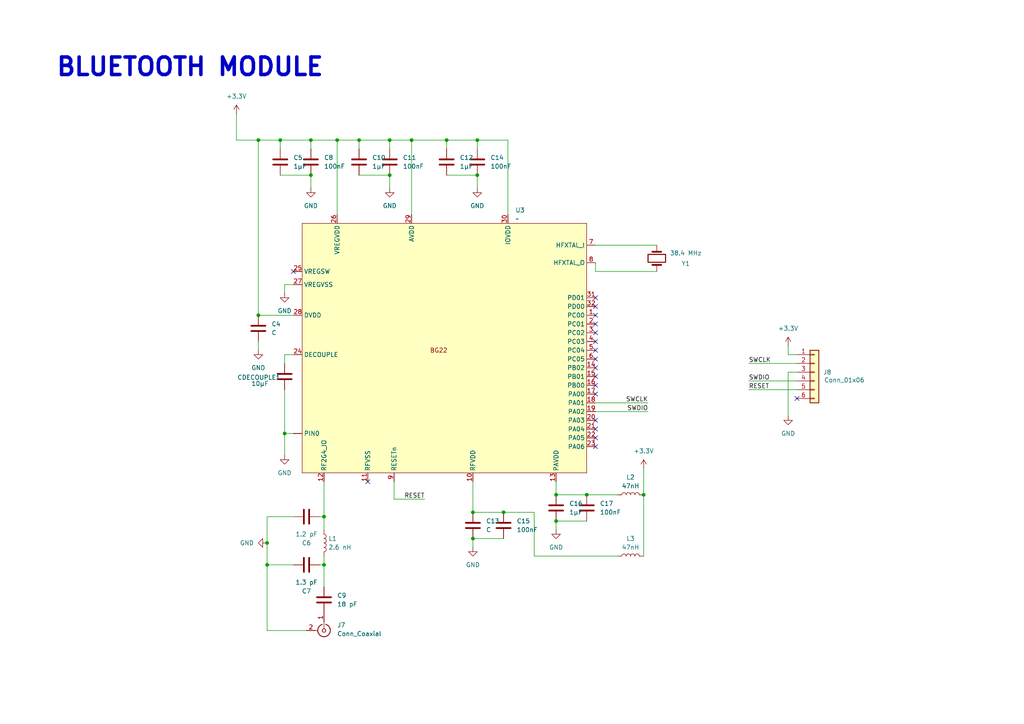
<source format=kicad_sch>
(kicad_sch (version 20250114) (generator "eeschema") (generator_version "9.0")
  (paper "A4")
  (title_block (title "EcoBoard") (company "EcoEnterprise"))
  (lib_symbols
    (symbol "Connector:Conn_Coaxial" (pin_names (offset 1.016) (hide yes))
      (property "Reference" "J" (at 0.254 3.048 0))
      (property "Value" "Conn_Coaxial" (at 2.921 0 90))
      (symbol "Conn_Coaxial_0_1"
        (polyline (pts (xy -2.54 0) (xy -0.508 0)))
        (arc (start 1.778 0) (mid 0.222 -1.8079) (end -1.778 -0.508) (stroke (width 0.254)))
        (arc (start -1.778 0.508) (mid 0.2221 1.8084) (end 1.778 0) (stroke (width 0.254)))
        (circle (center 0 0) (radius 0.508) (stroke (width 0.2032)))
        (polyline (pts (xy 0 -2.54) (xy 0 -1.778)))
      )
      (symbol "Conn_Coaxial_1_1"
        (pin passive line (at -5.08 0 0) (length 2.54) (name "In") (number "1"))
        (pin passive line (at 0 -5.08 90) (length 2.54) (name "Ext") (number "2"))
      )
    )
    (symbol "Connector_Generic:Conn_01x06" (pin_names (offset 1.016) (hide yes))
      (property "Reference" "J" (at 0 7.62 0))
      (property "Value" "Conn_01x06" (at 0 -10.16 0))
      (symbol "Conn_01x06_1_1"
        (rectangle (start -1.27 6.35) (end 1.27 -8.89) (stroke (width 0.254)) (fill (type background)))
        (rectangle (start -1.27 5.207) (end 0 4.953) (stroke (width 0.1524)))
        (rectangle (start -1.27 2.667) (end 0 2.413) (stroke (width 0.1524)))
        (rectangle (start -1.27 0.127) (end 0 -0.127) (stroke (width 0.1524)))
        (rectangle (start -1.27 -2.413) (end 0 -2.667) (stroke (width 0.1524)))
        (rectangle (start -1.27 -4.953) (end 0 -5.207) (stroke (width 0.1524)))
        (rectangle (start -1.27 -7.493) (end 0 -7.747) (stroke (width 0.1524)))
        (pin passive line (at -5.08 5.08 0) (length 3.81) (name "Pin_1") (number "1"))
        (pin passive line (at -5.08 2.54 0) (length 3.81) (name "Pin_2") (number "2"))
        (pin passive line (at -5.08 0 0) (length 3.81) (name "Pin_3") (number "3"))
        (pin passive line (at -5.08 -2.54 0) (length 3.81) (name "Pin_4") (number "4"))
        (pin passive line (at -5.08 -5.08 0) (length 3.81) (name "Pin_5") (number "5"))
        (pin passive line (at -5.08 -7.62 0) (length 3.81) (name "Pin_6") (number "6"))
      )
    )
    (symbol "Device:C" (pin_numbers (hide yes)) (pin_names (offset 0.254))
      (property "Reference" "C" (at 0.635 2.54 0))
      (property "Value" "C" (at 0.635 -2.54 0))
      (symbol "C_0_1"
        (polyline (pts (xy -2.032 0.762) (xy 2.032 0.762)) (stroke (width 0.508)))
        (polyline (pts (xy -2.032 -0.762) (xy 2.032 -0.762)) (stroke (width 0.508)))
      )
      (symbol "C_1_1"
        (pin passive line (at 0 3.81 270) (length 2.794) (name "~") (number "1"))
        (pin passive line (at 0 -3.81 90) (length 2.794) (name "~") (number "2"))
      )
    )
    (symbol "Device:Crystal" (pin_numbers (hide yes)) (pin_names (offset 1.016) (hide yes))
      (property "Reference" "Y" (at 0 3.81 0))
      (property "Value" "Crystal" (at 0 -3.81 0))
      (symbol "Crystal_0_1"
        (polyline (pts (xy -2.54 0) (xy -1.905 0)))
        (polyline (pts (xy -1.905 -1.27) (xy -1.905 1.27)) (stroke (width 0.508)))
        (rectangle (start -1.143 2.54) (end 1.143 -2.54) (stroke (width 0.3048)))
        (polyline (pts (xy 1.905 -1.27) (xy 1.905 1.27)) (stroke (width 0.508)))
        (polyline (pts (xy 2.54 0) (xy 1.905 0)))
      )
      (symbol "Crystal_1_1"
        (pin passive line (at -3.81 0 0) (length 1.27) (name "1") (number "1"))
        (pin passive line (at 3.81 0 180) (length 1.27) (name "2") (number "2"))
      )
    )
    (symbol "Device:L" (pin_numbers (hide yes)) (pin_names (offset 1.016) (hide yes))
      (property "Reference" "L" (at -1.27 0 90))
      (property "Value" "L" (at 1.905 0 90))
      (symbol "L_0_1"
        (arc (start 0 2.54) (mid 0.6323 1.905) (end 0 1.27))
        (arc (start 0 1.27) (mid 0.6323 0.635) (end 0 0))
        (arc (start 0 0) (mid 0.6323 -0.635) (end 0 -1.27))
        (arc (start 0 -1.27) (mid 0.6323 -1.905) (end 0 -2.54))
      )
      (symbol "L_1_1"
        (pin passive line (at 0 3.81 270) (length 1.27) (name "1") (number "1"))
        (pin passive line (at 0 -3.81 90) (length 1.27) (name "2") (number "2"))
      )
    )
    (symbol "bg22_1"
      (property "Reference" "U" (at 33.274 -25.4 0))
      (symbol "bg22_1_1_1"
        (rectangle (start -6.35 8.89) (end 76.2 -63.5) (fill (type background)))
        (rectangle (start -6.35 -36.83) (end -6.35 -36.83))
        (text "BG22" (at 33.274 -27.94 0) (effects (font (size 1.27 1.27))))
        (pin input line (at -8.89 -5.08 0) (length 2.54) (name "VREGSW") (number "25"))
        (pin passive line (at -8.89 -8.89 0) (length 2.54) (name "VREGVSS") (number "27"))
        (pin input line (at -8.89 -17.78 0) (length 2.54) (name "DVDD") (number "28"))
        (pin output line (at -8.89 -29.21 0) (length 2.54) (name "DECOUPLE") (number "24"))
        (pin passive line (at -8.89 -52.07 0) (length 2.54) (name "PIN0") (number ""))
        (pin bidirectional line (at 0 -66.04 90) (length 2.54) (name "RF2G4_IO") (number "12"))
        (pin input line (at 3.81 11.43 270) (length 2.54) (name "VREGVDD") (number "26"))
        (pin passive line (at 12.7 -66.04 90) (length 2.54) (name "RFVSS") (number "11"))
        (pin input line (at 20.32 -66.04 90) (length 2.54) (name "RESETn") (number "9"))
        (pin input line (at 25.4 11.43 270) (length 2.54) (name "AVDD") (number "29"))
        (pin input line (at 43.18 -66.04 90) (length 2.54) (name "RFVDD") (number "10"))
        (pin input line (at 53.34 11.43 270) (length 2.54) (name "IOVDD") (number "30"))
        (pin input line (at 67.31 -66.04 90) (length 2.54) (name "PAVDD") (number "13"))
        (pin input line (at 78.74 2.54 180) (length 2.54) (name "HFXTAL_I") (number "7"))
        (pin output line (at 78.74 -2.54 180) (length 2.54) (name "HFXTAL_O") (number "8"))
        (pin bidirectional line (at 78.74 -12.7 180) (length 2.54) (name "PD01") (number "31"))
        (pin bidirectional line (at 78.74 -15.24 180) (length 2.54) (name "PD00") (number "32"))
        (pin bidirectional line (at 78.74 -17.78 180) (length 2.54) (name "PC00") (number "1"))
        (pin bidirectional line (at 78.74 -20.32 180) (length 2.54) (name "PC01") (number "2"))
        (pin bidirectional line (at 78.74 -22.86 180) (length 2.54) (name "PC02") (number "3"))
        (pin bidirectional line (at 78.74 -25.4 180) (length 2.54) (name "PC03") (number "4"))
        (pin bidirectional line (at 78.74 -27.94 180) (length 2.54) (name "PC04") (number "5"))
        (pin bidirectional line (at 78.74 -30.48 180) (length 2.54) (name "PC05") (number "6"))
        (pin bidirectional line (at 78.74 -33.02 180) (length 2.54) (name "PB02") (number "14"))
        (pin bidirectional line (at 78.74 -35.56 180) (length 2.54) (name "PB01") (number "15"))
        (pin bidirectional line (at 78.74 -38.1 180) (length 2.54) (name "PB00") (number "16"))
        (pin bidirectional line (at 78.74 -40.64 180) (length 2.54) (name "PA00") (number "17"))
        (pin bidirectional line (at 78.74 -43.18 180) (length 2.54) (name "PA01") (number "18"))
        (pin bidirectional line (at 78.74 -45.72 180) (length 2.54) (name "PA02") (number "19"))
        (pin bidirectional line (at 78.74 -48.26 180) (length 2.54) (name "PA03") (number "20"))
        (pin bidirectional line (at 78.74 -50.8 180) (length 2.54) (name "PA04") (number "21"))
        (pin bidirectional line (at 78.74 -53.34 180) (length 2.54) (name "PA05") (number "22"))
        (pin bidirectional line (at 78.74 -55.88 180) (length 2.54) (name "PA06") (number "23"))
      )
    )
    (symbol "power:+3.3V" (power) (pin_numbers (hide yes)) (pin_names (offset 0) (hide yes))
      (property "Value" "+3.3V" (at 0 3.556 0))
      (symbol "+3.3V_0_1"
        (polyline (pts (xy -0.762 1.27) (xy 0 2.54)))
        (polyline (pts (xy 0 2.54) (xy 0.762 1.27)))
        (polyline (pts (xy 0 0) (xy 0 2.54)))
      )
      (symbol "+3.3V_1_1"
        (pin power_in line (at 0 0 90) (length 0) (name "~") (number "1"))
      )
    )
    (symbol "power:GND" (power) (pin_numbers (hide yes)) (pin_names (offset 0) (hide yes))
      (property "Value" "GND" (at 0 -3.81 0))
      (symbol "GND_0_1"
        (polyline (pts (xy 0 0) (xy 0 -1.27) (xy 1.27 -1.27) (xy 0 -2.54) (xy -1.27 -1.27) (xy 0 -1.27)))
      )
      (symbol "GND_1_1"
        (pin power_in line (at 0 0 270) (length 0) (name "~") (number "1"))
      )
    )
  )
  (text "BLUETOOTH MODULE" (at 55.118 19.558 0) (effects (font (size 5.08 5.08) (thickness 1.016) (bold yes))))
  (junction (at 161.29 143.51))
  (junction (at 82.55 125.73))
  (junction (at 97.79 40.64))
  (junction (at 146.05 148.59))
  (junction (at 186.69 143.51))
  (junction (at 138.43 40.64))
  (junction (at 113.03 50.8))
  (junction (at 129.54 40.64))
  (junction (at 93.98 163.83))
  (junction (at 138.43 50.8))
  (junction (at 161.29 151.13))
  (junction (at 77.47 157.48))
  (junction (at 93.98 149.86))
  (junction (at 170.18 143.51))
  (junction (at 81.28 40.64))
  (junction (at 137.16 156.21))
  (junction (at 104.14 40.64))
  (junction (at 90.17 40.64))
  (junction (at 137.16 148.59))
  (junction (at 119.38 40.64))
  (junction (at 77.47 163.83))
  (junction (at 113.03 40.64))
  (junction (at 74.93 91.44))
  (junction (at 90.17 50.8))
  (junction (at 74.93 40.64))
  (no_connect (at 172.72 86.36))
  (no_connect (at 172.72 114.3))
  (no_connect (at 106.68 139.7))
  (no_connect (at 172.72 93.98))
  (no_connect (at 172.72 106.68))
  (no_connect (at 231.14 115.57))
  (no_connect (at 172.72 129.54))
  (no_connect (at 172.72 99.06))
  (no_connect (at 172.72 101.6))
  (no_connect (at 172.72 88.9))
  (no_connect (at 172.72 104.14))
  (no_connect (at 172.72 96.52))
  (no_connect (at 172.72 111.76))
  (no_connect (at 172.72 124.46))
  (no_connect (at 172.72 109.22))
  (no_connect (at 85.09 78.74))
  (no_connect (at 172.72 127))
  (no_connect (at 172.72 121.92))
  (no_connect (at 172.72 91.44))
  (wire (pts (xy 104.14 50.8) (xy 113.03 50.8)))
  (wire (pts (xy 129.54 40.64) (xy 129.54 43.18)))
  (wire (pts (xy 147.32 40.64) (xy 138.43 40.64)))
  (wire (pts (xy 138.43 50.8) (xy 138.43 54.61)))
  (wire (pts (xy 104.14 40.64) (xy 97.79 40.64)))
  (wire (pts (xy 172.72 119.38) (xy 187.96 119.38)))
  (wire (pts (xy 138.43 40.64) (xy 129.54 40.64)))
  (wire (pts (xy 97.79 40.64) (xy 90.17 40.64)))
  (wire (pts (xy 217.17 113.03) (xy 231.14 113.03)))
  (wire (pts (xy 82.55 102.87) (xy 85.09 102.87)))
  (wire (pts (xy 172.72 78.74) (xy 190.5 78.74)))
  (wire (pts (xy 137.16 139.7) (xy 137.16 148.59)))
  (wire (pts (xy 147.32 62.23) (xy 147.32 40.64)))
  (wire (pts (xy 68.58 33.02) (xy 68.58 40.64)))
  (wire (pts (xy 77.47 149.86) (xy 77.47 157.48)))
  (wire (pts (xy 154.94 161.29) (xy 154.94 148.59)))
  (wire (pts (xy 93.98 149.86) (xy 92.71 149.86)))
  (wire (pts (xy 170.18 143.51) (xy 179.07 143.51)))
  (wire (pts (xy 172.72 116.84) (xy 187.96 116.84)))
  (wire (pts (xy 74.93 40.64) (xy 68.58 40.64)))
  (wire (pts (xy 88.9 182.88) (xy 77.47 182.88)))
  (wire (pts (xy 92.71 163.83) (xy 93.98 163.83)))
  (wire (pts (xy 97.79 40.64) (xy 97.79 62.23)))
  (wire (pts (xy 82.55 82.55) (xy 82.55 85.09)))
  (wire (pts (xy 85.09 163.83) (xy 77.47 163.83)))
  (wire (pts (xy 137.16 148.59) (xy 146.05 148.59)))
  (wire (pts (xy 217.17 110.49) (xy 231.14 110.49)))
  (wire (pts (xy 129.54 50.8) (xy 138.43 50.8)))
  (wire (pts (xy 82.55 113.03) (xy 82.55 125.73)))
  (wire (pts (xy 190.5 71.12) (xy 172.72 71.12)))
  (wire (pts (xy 231.14 107.95) (xy 228.6 107.95)))
  (wire (pts (xy 85.09 82.55) (xy 82.55 82.55)))
  (wire (pts (xy 114.3 144.78) (xy 123.19 144.78)))
  (wire (pts (xy 179.07 161.29) (xy 154.94 161.29)))
  (wire (pts (xy 113.03 40.64) (xy 113.03 43.18)))
  (wire (pts (xy 129.54 40.64) (xy 119.38 40.64)))
  (wire (pts (xy 77.47 157.48) (xy 77.47 163.83)))
  (wire (pts (xy 161.29 143.51) (xy 170.18 143.51)))
  (wire (pts (xy 74.93 99.06) (xy 74.93 101.6)))
  (wire (pts (xy 114.3 139.7) (xy 114.3 144.78)))
  (wire (pts (xy 154.94 148.59) (xy 146.05 148.59)))
  (wire (pts (xy 81.28 40.64) (xy 74.93 40.64)))
  (wire (pts (xy 161.29 151.13) (xy 170.18 151.13)))
  (wire (pts (xy 77.47 182.88) (xy 77.47 163.83)))
  (wire (pts (xy 186.69 143.51) (xy 186.69 161.29)))
  (wire (pts (xy 81.28 50.8) (xy 90.17 50.8)))
  (wire (pts (xy 93.98 163.83) (xy 93.98 170.18)))
  (wire (pts (xy 82.55 125.73) (xy 85.09 125.73)))
  (wire (pts (xy 93.98 149.86) (xy 93.98 153.67)))
  (wire (pts (xy 228.6 107.95) (xy 228.6 120.65)))
  (wire (pts (xy 138.43 40.64) (xy 138.43 43.18)))
  (wire (pts (xy 104.14 40.64) (xy 104.14 43.18)))
  (wire (pts (xy 231.14 102.87) (xy 228.6 102.87)))
  (wire (pts (xy 228.6 102.87) (xy 228.6 100.33)))
  (wire (pts (xy 82.55 105.41) (xy 82.55 102.87)))
  (wire (pts (xy 113.03 40.64) (xy 104.14 40.64)))
  (wire (pts (xy 217.17 105.41) (xy 231.14 105.41)))
  (wire (pts (xy 93.98 139.7) (xy 93.98 149.86)))
  (wire (pts (xy 119.38 40.64) (xy 113.03 40.64)))
  (wire (pts (xy 119.38 40.64) (xy 119.38 62.23)))
  (wire (pts (xy 93.98 163.83) (xy 93.98 161.29)))
  (wire (pts (xy 161.29 151.13) (xy 161.29 153.67)))
  (wire (pts (xy 186.69 135.89) (xy 186.69 143.51)))
  (wire (pts (xy 77.47 149.86) (xy 85.09 149.86)))
  (wire (pts (xy 113.03 50.8) (xy 113.03 54.61)))
  (wire (pts (xy 82.55 125.73) (xy 82.55 132.08)))
  (wire (pts (xy 85.09 91.44) (xy 74.93 91.44)))
  (wire (pts (xy 137.16 156.21) (xy 137.16 158.75)))
  (wire (pts (xy 90.17 40.64) (xy 90.17 43.18)))
  (wire (pts (xy 90.17 40.64) (xy 81.28 40.64)))
  (wire (pts (xy 81.28 40.64) (xy 81.28 43.18)))
  (wire (pts (xy 90.17 50.8) (xy 90.17 54.61)))
  (wire (pts (xy 137.16 156.21) (xy 146.05 156.21)))
  (wire (pts (xy 74.93 91.44) (xy 74.93 40.64)))
  (wire (pts (xy 161.29 139.7) (xy 161.29 143.51)))
  (wire (pts (xy 172.72 76.2) (xy 172.72 78.74)))
  (label "RESET" (at 123.19 144.78 180))
  (label "SWDIO" (at 217.17 110.49 0))
  (label "SWCLK" (at 187.96 116.84 180))
  (label "SWCLK" (at 217.17 105.41 0))
  (label "RESET" (at 217.17 113.03 0))
  (label "SWDIO" (at 187.96 119.38 180))
  (symbol (lib_id "Device:C") (at 146.05 152.4 0) (unit 1)
    (property "Reference" "C15" (at 149.86 151.1299 0) (effects (justify left)))
    (property "Value" "100nF" (at 149.86 153.6699 0) (effects (justify left)))
    (property "Description" "Unpolarized capacitor" (effects (hide yes)))
  )
  (symbol (lib_id "power:GND") (at 82.55 132.08 0) (unit 1)
    (property "Reference" "#PWR033" (effects (hide yes)))
    (property "Value" "GND" (at 82.55 137.16 0))
    (property "Description" "Power symbol creates a global label with name \"GND\" , ground" (effects (hide yes)))
  )
  (symbol (lib_id "Device:C") (at 93.98 173.99 0) (unit 1)
    (property "Reference" "C9" (at 97.79 172.7199 0) (effects (justify left)))
    (property "Value" "18 pF" (at 97.79 175.2599 0) (effects (justify left)))
    (property "Description" "Unpolarized capacitor" (effects (hide yes)))
  )
  (symbol (lib_id "Device:C") (at 170.18 147.32 0) (unit 1)
    (property "Reference" "C17" (at 173.99 146.0499 0) (effects (justify left)))
    (property "Value" "100nF" (at 173.99 148.5899 0) (effects (justify left)))
    (property "Description" "Unpolarized capacitor" (effects (hide yes)))
  )
  (symbol (lib_id "Device:C") (at 82.55 109.22 0) (unit 1)
    (property "Reference" "CDECOUPLE1" (at 68.834 109.474 0) (effects (justify left)))
    (property "Value" "10µF" (at 72.898 111.252 0) (effects (justify left)))
    (property "Description" "Unpolarized capacitor" (effects (hide yes)))
  )
  (symbol (lib_id "Device:L") (at 182.88 161.29 90) (unit 1)
    (property "Reference" "L3" (at 182.88 156.21 90))
    (property "Value" "47nH" (at 182.88 158.75 90))
    (property "Description" "Inductor" (effects (hide yes)))
  )
  (symbol (lib_id "power:GND") (at 138.43 54.61 0) (unit 1)
    (property "Reference" "#PWR037" (effects (hide yes)))
    (property "Value" "GND" (at 138.43 59.69 0))
    (property "Description" "Power symbol creates a global label with name \"GND\" , ground" (effects (hide yes)))
  )
  (symbol (lib_id "Device:C") (at 138.43 46.99 0) (unit 1)
    (property "Reference" "C14" (at 142.24 45.7199 0) (effects (justify left)))
    (property "Value" "100nF" (at 142.24 48.2599 0) (effects (justify left)))
    (property "Description" "Unpolarized capacitor" (effects (hide yes)))
  )
  (symbol (lib_id "Device:C") (at 104.14 46.99 0) (unit 1)
    (property "Reference" "C10" (at 107.95 45.7199 0) (effects (justify left)))
    (property "Value" "1µF" (at 107.95 48.2599 0) (effects (justify left)))
    (property "Description" "Unpolarized capacitor" (effects (hide yes)))
  )
  (symbol (lib_id "power:GND") (at 90.17 54.61 0) (unit 1)
    (property "Reference" "#PWR034" (effects (hide yes)))
    (property "Value" "GND" (at 90.17 59.69 0))
    (property "Description" "Power symbol creates a global label with name \"GND\" , ground" (effects (hide yes)))
  )
  (symbol (lib_id "Connector:Conn_Coaxial") (at 93.98 182.88 270) (unit 1)
    (property "Reference" "J7" (at 97.79 181.2924 90) (effects (justify left)))
    (property "Value" "Conn_Coaxial" (at 97.79 183.8324 90) (effects (justify left)))
    (property "Description" "coaxial connector (BNC, SMA, SMB, SMC, Cinch/RCA, LEMO, ...)" (effects (hide yes)))
  )
  (symbol (lib_name "bg22_1") (lib_id "bg22:bg22") (at 93.98 73.66 0) (unit 1)
    (property "Reference" "U3" (at 149.4633 60.96 0) (effects (justify left)))
    (property "Value" "~" (at 149.4633 63.5 0) (effects (justify left)))
    (property "Footprint" "EFR32BG22C224F512GN32-C" (effects (hide yes)))
    (property "Datasheet" "https://www.digikey.com.br/pt/products/detail/silicon-labs/EFR32BG22C224F512GN32-C/11610897" (effects (hide yes)))
    (property "Description" "IC RF TXRX+MCU BLE 32QFN" (effects (hide yes)))
    (property "MPN" "EFR32BG22C224F512GN32-C" (effects (hide yes)))
  )
  (symbol (lib_id "power:+3.3V") (at 228.6 100.33 0) (unit 1)
    (property "Reference" "#PWR040" (effects (hide yes)))
    (property "Value" "+3.3V" (at 228.6 95.25 0))
    (property "Description" "Power symbol creates a global label with name \"+3.3V\"" (effects (hide yes)))
  )
  (symbol (lib_id "Device:C") (at 74.93 95.25 0) (unit 1)
    (property "Reference" "C4" (at 78.74 93.9799 0) (effects (justify left)))
    (property "Value" "C" (at 78.74 96.5199 0) (effects (justify left)))
    (property "Description" "Unpolarized capacitor" (effects (hide yes)))
  )
  (symbol (lib_id "Device:C") (at 90.17 46.99 0) (unit 1)
    (property "Reference" "C8" (at 93.98 45.7199 0) (effects (justify left)))
    (property "Value" "100nF" (at 93.98 48.2599 0) (effects (justify left)))
    (property "Description" "Unpolarized capacitor" (effects (hide yes)))
  )
  (symbol (lib_id "power:GND") (at 228.6 120.65 0) (unit 1)
    (property "Reference" "#PWR041" (effects (hide yes)))
    (property "Value" "GND" (at 228.6 125.73 0))
    (property "Description" "Power symbol creates a global label with name \"GND\" , ground" (effects (hide yes)))
  )
  (symbol (lib_id "Device:C") (at 129.54 46.99 0) (unit 1)
    (property "Reference" "C12" (at 133.35 45.7199 0) (effects (justify left)))
    (property "Value" "1µF" (at 133.35 48.2599 0) (effects (justify left)))
    (property "Description" "Unpolarized capacitor" (effects (hide yes)))
  )
  (symbol (lib_id "power:GND") (at 82.55 85.09 0) (unit 1)
    (property "Reference" "#PWR032" (effects (hide yes)))
    (property "Value" "GND" (at 82.55 90.17 0))
    (property "Description" "Power symbol creates a global label with name \"GND\" , ground" (effects (hide yes)))
  )
  (symbol (lib_id "power:GND") (at 161.29 153.67 0) (unit 1)
    (property "Reference" "#PWR038" (effects (hide yes)))
    (property "Value" "GND" (at 161.29 158.75 0))
    (property "Description" "Power symbol creates a global label with name \"GND\" , ground" (effects (hide yes)))
  )
  (symbol (lib_id "Connector_Generic:Conn_01x06") (at 236.22 107.95 0) (unit 1)
    (property "Reference" "J8" (at 238.76 107.9499 0) (effects (justify left)))
    (property "Value" "Conn_01x06" (at 239.014 110.236 0) (effects (justify left)))
    (property "Footprint" "Connector_PinHeader_2.54mm:PinHeader_1x06_P2.54mm_Vertical" (effects (hide yes)))
    (property "Description" "Generic connector, single row, 01x06, script generated (kicad-library-utils/schlib/autogen/connector/)" (effects (hide yes)))
  )
  (symbol (lib_id "Device:C") (at 113.03 46.99 0) (unit 1)
    (property "Reference" "C11" (at 116.84 45.7199 0) (effects (justify left)))
    (property "Value" "100nF" (at 116.84 48.2599 0) (effects (justify left)))
    (property "Description" "Unpolarized capacitor" (effects (hide yes)))
  )
  (symbol (lib_id "power:+3.3V") (at 68.58 33.02 0) (unit 1)
    (property "Reference" "#PWR028" (effects (hide yes)))
    (property "Value" "+3.3V" (at 68.58 27.94 0))
    (property "Description" "Power symbol creates a global label with name \"+3.3V\"" (effects (hide yes)))
  )
  (symbol (lib_id "Device:Crystal") (at 190.5 74.93 270) (unit 1)
    (property "Reference" "Y1" (at 198.882 76.454 90))
    (property "Value" "38.4 MHz" (at 198.882 73.406 90))
    (property "Description" "Two pin crystal" (effects (hide yes)))
  )
  (symbol (lib_id "power:GND") (at 137.16 158.75 0) (unit 1)
    (property "Reference" "#PWR036" (effects (hide yes)))
    (property "Value" "GND" (at 137.16 163.83 0))
    (property "Description" "Power symbol creates a global label with name \"GND\" , ground" (effects (hide yes)))
  )
  (symbol (lib_id "power:GND") (at 74.93 101.6 0) (unit 1)
    (property "Reference" "#PWR030" (effects (hide yes)))
    (property "Value" "GND" (at 74.93 106.68 0))
    (property "Description" "Power symbol creates a global label with name \"GND\" , ground" (effects (hide yes)))
  )
  (symbol (lib_id "power:GND") (at 113.03 54.61 0) (unit 1)
    (property "Reference" "#PWR035" (effects (hide yes)))
    (property "Value" "GND" (at 113.03 59.69 0))
    (property "Description" "Power symbol creates a global label with name \"GND\" , ground" (effects (hide yes)))
  )
  (symbol (lib_id "Device:C") (at 88.9 163.83 270) (mirror x) (unit 1)
    (property "Reference" "C7" (at 88.9 171.45 90))
    (property "Value" "1.3 pF" (at 88.9 168.91 90))
    (property "Description" "Unpolarized capacitor" (effects (hide yes)))
  )
  (symbol (lib_id "Device:C") (at 88.9 149.86 270) (mirror x) (unit 1)
    (property "Reference" "C6" (at 88.9 157.48 90))
    (property "Value" "1.2 pF" (at 88.9 154.94 90))
    (property "Description" "Unpolarized capacitor" (effects (hide yes)))
  )
  (symbol (lib_id "Device:C") (at 137.16 152.4 0) (unit 1)
    (property "Reference" "C13" (at 140.97 151.1299 0) (effects (justify left)))
    (property "Value" "C" (at 140.97 153.6699 0) (effects (justify left)))
    (property "Description" "Unpolarized capacitor" (effects (hide yes)))
  )
  (symbol (lib_id "power:GND") (at 77.47 157.48 270) (unit 1)
    (property "Reference" "#PWR031" (effects (hide yes)))
    (property "Value" "GND" (at 73.66 157.4799 90) (effects (justify right)))
    (property "Description" "Power symbol creates a global label with name \"GND\" , ground" (effects (hide yes)))
  )
  (symbol (lib_id "Device:L") (at 182.88 143.51 90) (unit 1)
    (property "Reference" "L2" (at 182.88 138.43 90))
    (property "Value" "47nH" (at 182.88 140.97 90))
    (property "Description" "Inductor" (effects (hide yes)))
  )
  (symbol (lib_id "power:+3.3V") (at 186.69 135.89 0) (unit 1)
    (property "Reference" "#PWR039" (effects (hide yes)))
    (property "Value" "+3.3V" (at 186.69 130.81 0))
    (property "Description" "Power symbol creates a global label with name \"+3.3V\"" (effects (hide yes)))
  )
  (symbol (lib_id "Device:C") (at 161.29 147.32 0) (unit 1)
    (property "Reference" "C16" (at 165.1 146.0499 0) (effects (justify left)))
    (property "Value" "1µF" (at 165.1 148.5899 0) (effects (justify left)))
    (property "Description" "Unpolarized capacitor" (effects (hide yes)))
  )
  (symbol (lib_id "Device:C") (at 81.28 46.99 0) (unit 1)
    (property "Reference" "C5" (at 85.09 45.7199 0) (effects (justify left)))
    (property "Value" "1µF" (at 85.09 48.2599 0) (effects (justify left)))
    (property "Description" "Unpolarized capacitor" (effects (hide yes)))
  )
  (symbol (lib_id "Device:L") (at 93.98 157.48 0) (unit 1)
    (property "Reference" "L1" (at 95.25 156.2099 0) (effects (justify left)))
    (property "Value" "2.6 nH" (at 95.25 158.7499 0) (effects (justify left)))
    (property "Description" "Inductor" (effects (hide yes)))
  )
)
</source>
